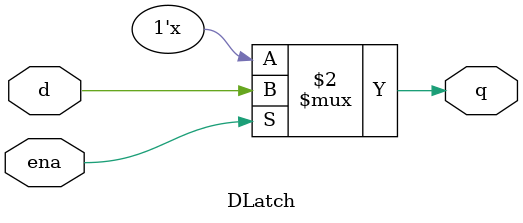
<source format=v>


module DLatch
(
  input d,
  input ena,
  output q
);


  always @(*) begin
    if(ena) q <= d; 
  end


endmodule


</source>
